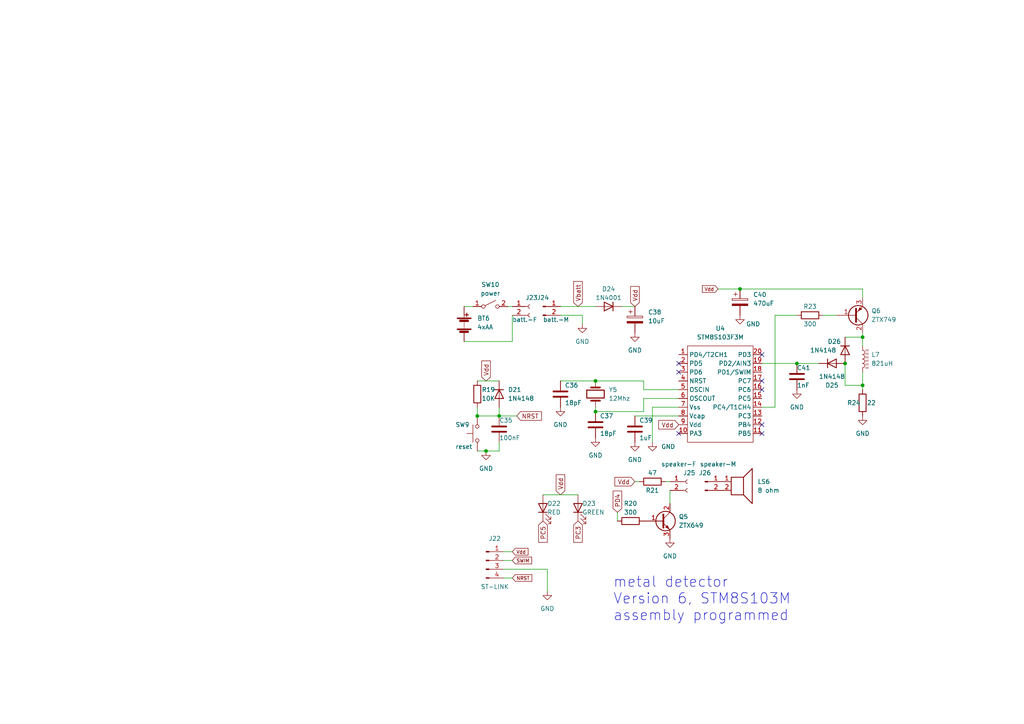
<source format=kicad_sch>
(kicad_sch (version 20211123) (generator eeschema)
  (paper "A4")
  (lib_symbols
    (symbol "Connector:Conn_01x02_Female" (pin_names (offset 1.016) hide)
      (property "Reference" "J" (at 0 2.54 0))
      (property "Value" "Conn_01x02_Female" (at 0 -5.08 0))
      (symbol "Conn_01x02_Female_1_1"
        (arc (start 0 -2.032) (mid -0.508 -2.54) (end 0 -3.048) (stroke (width 0.1524)))
        (polyline (pts (xy -1.27 -2.54) (xy -0.508 -2.54)) (stroke (width 0.1524)))
        (polyline (pts (xy -1.27 0) (xy -0.508 0)) (stroke (width 0.1524)))
        (arc (start 0 0.508) (mid -0.508 0) (end 0 -0.508) (stroke (width 0.1524)))
        (pin passive line (at -5.08 0 0) (length 3.81) (name "Pin_1") (number "1"))
        (pin passive line (at -5.08 -2.54 0) (length 3.81) (name "Pin_2") (number "2"))
      )
    )
    (symbol "Connector:Conn_01x02_Male" (pin_names (offset 1.016) hide)
      (property "Reference" "J" (at 0 2.54 0))
      (property "Value" "Conn_01x02_Male" (at 0 -5.08 0))
      (symbol "Conn_01x02_Male_1_1"
        (polyline (pts (xy 1.27 -2.54) (xy 0.8636 -2.54)) (stroke (width 0.1524)))
        (polyline (pts (xy 1.27 0) (xy 0.8636 0)) (stroke (width 0.1524)))
        (rectangle (start 0.8636 -2.413) (end 0 -2.667) (stroke (width 0.1524)) (fill (type outline)))
        (rectangle (start 0.8636 0.127) (end 0 -0.127) (stroke (width 0.1524)) (fill (type outline)))
        (pin passive line (at 5.08 0 180) (length 3.81) (name "Pin_1") (number "1"))
        (pin passive line (at 5.08 -2.54 180) (length 3.81) (name "Pin_2") (number "2"))
      )
    )
    (symbol "Connector:Conn_01x04_Male" (pin_names (offset 1.016) hide)
      (property "Reference" "J" (at 0 5.08 0))
      (property "Value" "Conn_01x04_Male" (at 0 -7.62 0))
      (symbol "Conn_01x04_Male_1_1"
        (polyline (pts (xy 1.27 -5.08) (xy 0.8636 -5.08)) (stroke (width 0.1524)))
        (polyline (pts (xy 1.27 -2.54) (xy 0.8636 -2.54)) (stroke (width 0.1524)))
        (polyline (pts (xy 1.27 0) (xy 0.8636 0)) (stroke (width 0.1524)))
        (polyline (pts (xy 1.27 2.54) (xy 0.8636 2.54)) (stroke (width 0.1524)))
        (rectangle (start 0.8636 -4.953) (end 0 -5.207) (stroke (width 0.1524)) (fill (type outline)))
        (rectangle (start 0.8636 -2.413) (end 0 -2.667) (stroke (width 0.1524)) (fill (type outline)))
        (rectangle (start 0.8636 0.127) (end 0 -0.127) (stroke (width 0.1524)) (fill (type outline)))
        (rectangle (start 0.8636 2.667) (end 0 2.413) (stroke (width 0.1524)) (fill (type outline)))
        (pin passive line (at 5.08 2.54 180) (length 3.81) (name "Pin_1") (number "1"))
        (pin passive line (at 5.08 0 180) (length 3.81) (name "Pin_2") (number "2"))
        (pin passive line (at 5.08 -2.54 180) (length 3.81) (name "Pin_3") (number "3"))
        (pin passive line (at 5.08 -5.08 180) (length 3.81) (name "Pin_4") (number "4"))
      )
    )
    (symbol "Device:Battery" (pin_numbers hide) (pin_names (offset 0) hide)
      (property "Reference" "BT" (at 2.54 2.54 0))
      (property "Value" "Battery" (at 2.54 0 0))
      (symbol "Battery_0_1"
        (rectangle (start -2.032 -1.397) (end 2.032 -1.651) (fill (type outline)))
        (rectangle (start -2.032 1.778) (end 2.032 1.524) (fill (type outline)))
        (rectangle (start -1.3208 -1.9812) (end 1.27 -2.4892) (fill (type outline)))
        (rectangle (start -1.3208 1.1938) (end 1.27 0.6858) (fill (type outline)))
        (polyline (pts (xy 0 -1.524) (xy 0 -1.27)))
        (polyline (pts (xy 0 -1.016) (xy 0 -0.762)))
        (polyline (pts (xy 0 -0.508) (xy 0 -0.254)))
        (polyline (pts (xy 0 0) (xy 0 0.254)))
        (polyline (pts (xy 0 0.508) (xy 0 0.762)))
        (polyline (pts (xy 0 1.778) (xy 0 2.54)))
        (polyline (pts (xy 0.254 2.667) (xy 1.27 2.667)) (stroke (width 0.254)))
        (polyline (pts (xy 0.762 3.175) (xy 0.762 2.159)) (stroke (width 0.254)))
      )
      (symbol "Battery_1_1"
        (pin passive line (at 0 5.08 270) (length 2.54) (name "+") (number "1"))
        (pin passive line (at 0 -5.08 90) (length 2.54) (name "-") (number "2"))
      )
    )
    (symbol "Device:C" (pin_numbers hide) (pin_names (offset 0.254))
      (property "Reference" "C" (at 0.635 2.54 0))
      (property "Value" "C" (at 0.635 -2.54 0))
      (symbol "C_0_1"
        (polyline (pts (xy -2.032 -0.762) (xy 2.032 -0.762)) (stroke (width 0.508)))
        (polyline (pts (xy -2.032 0.762) (xy 2.032 0.762)) (stroke (width 0.508)))
      )
      (symbol "C_1_1"
        (pin passive line (at 0 3.81 270) (length 2.794) (name "~") (number "1"))
        (pin passive line (at 0 -3.81 90) (length 2.794) (name "~") (number "2"))
      )
    )
    (symbol "Device:C_Polarized" (pin_numbers hide) (pin_names (offset 0.254))
      (property "Reference" "C" (at 0.635 2.54 0))
      (property "Value" "C_Polarized" (at 0.635 -2.54 0))
      (symbol "C_Polarized_0_1"
        (rectangle (start -2.286 0.508) (end 2.286 1.016))
        (polyline (pts (xy -1.778 2.286) (xy -0.762 2.286)))
        (polyline (pts (xy -1.27 2.794) (xy -1.27 1.778)))
        (rectangle (start 2.286 -0.508) (end -2.286 -1.016) (fill (type outline)))
      )
      (symbol "C_Polarized_1_1"
        (pin passive line (at 0 3.81 270) (length 2.794) (name "~") (number "1"))
        (pin passive line (at 0 -3.81 90) (length 2.794) (name "~") (number "2"))
      )
    )
    (symbol "Device:Crystal" (pin_numbers hide) (pin_names (offset 1.016) hide)
      (property "Reference" "Y" (at 0 3.81 0))
      (property "Value" "Crystal" (at 0 -3.81 0))
      (symbol "Crystal_0_1"
        (rectangle (start -1.143 2.54) (end 1.143 -2.54) (stroke (width 0.3048)))
        (polyline (pts (xy -2.54 0) (xy -1.905 0)))
        (polyline (pts (xy -1.905 -1.27) (xy -1.905 1.27)) (stroke (width 0.508)))
        (polyline (pts (xy 1.905 -1.27) (xy 1.905 1.27)) (stroke (width 0.508)))
        (polyline (pts (xy 2.54 0) (xy 1.905 0)))
      )
      (symbol "Crystal_1_1"
        (pin passive line (at -3.81 0 0) (length 1.27) (name "1") (number "1"))
        (pin passive line (at 3.81 0 180) (length 1.27) (name "2") (number "2"))
      )
    )
    (symbol "Device:LED" (pin_numbers hide) (pin_names (offset 1.016) hide)
      (property "Reference" "D" (at 0 2.54 0))
      (property "Value" "LED" (at 0 -2.54 0))
      (symbol "LED_0_1"
        (polyline (pts (xy -1.27 -1.27) (xy -1.27 1.27)) (stroke (width 0.254)))
        (polyline (pts (xy -1.27 0) (xy 1.27 0)))
        (polyline (pts (xy 1.27 -1.27) (xy 1.27 1.27) (xy -1.27 0) (xy 1.27 -1.27)) (stroke (width 0.254)))
        (polyline (pts (xy -3.048 -0.762) (xy -4.572 -2.286) (xy -3.81 -2.286) (xy -4.572 -2.286) (xy -4.572 -1.524)))
        (polyline (pts (xy -1.778 -0.762) (xy -3.302 -2.286) (xy -2.54 -2.286) (xy -3.302 -2.286) (xy -3.302 -1.524)))
      )
      (symbol "LED_1_1"
        (pin passive line (at -3.81 0 0) (length 2.54) (name "K") (number "1"))
        (pin passive line (at 3.81 0 180) (length 2.54) (name "A") (number "2"))
      )
    )
    (symbol "Device:L_Ferrite" (pin_numbers hide) (pin_names (offset 1.016) hide)
      (property "Reference" "L" (at -1.27 0 90))
      (property "Value" "L_Ferrite" (at 2.794 0 90))
      (symbol "L_Ferrite_0_1"
        (arc (start 0 -2.54) (mid 0.635 -1.905) (end 0 -1.27))
        (arc (start 0 -1.27) (mid 0.635 -0.635) (end 0 0))
        (polyline (pts (xy 1.016 -2.794) (xy 1.016 -2.286)))
        (polyline (pts (xy 1.016 -1.778) (xy 1.016 -1.27)))
        (polyline (pts (xy 1.016 -0.762) (xy 1.016 -0.254)))
        (polyline (pts (xy 1.016 0.254) (xy 1.016 0.762)))
        (polyline (pts (xy 1.016 1.27) (xy 1.016 1.778)))
        (polyline (pts (xy 1.016 2.286) (xy 1.016 2.794)))
        (polyline (pts (xy 1.524 -2.286) (xy 1.524 -2.794)))
        (polyline (pts (xy 1.524 -1.27) (xy 1.524 -1.778)))
        (polyline (pts (xy 1.524 -0.254) (xy 1.524 -0.762)))
        (polyline (pts (xy 1.524 0.762) (xy 1.524 0.254)))
        (polyline (pts (xy 1.524 1.778) (xy 1.524 1.27)))
        (polyline (pts (xy 1.524 2.794) (xy 1.524 2.286)))
        (arc (start 0 0) (mid 0.635 0.635) (end 0 1.27))
        (arc (start 0 1.27) (mid 0.635 1.905) (end 0 2.54))
      )
      (symbol "L_Ferrite_1_1"
        (pin passive line (at 0 3.81 270) (length 1.27) (name "1") (number "1"))
        (pin passive line (at 0 -3.81 90) (length 1.27) (name "2") (number "2"))
      )
    )
    (symbol "Device:Q_NPN_BCE" (pin_names (offset 0) hide)
      (property "Reference" "Q" (at 5.08 1.27 0))
      (property "Value" "Q_NPN_BCE" (at 5.08 -1.27 0))
      (symbol "Q_NPN_BCE_0_1"
        (polyline (pts (xy 0.635 0.635) (xy 2.54 2.54)))
        (polyline (pts (xy 0.635 -0.635) (xy 2.54 -2.54) (xy 2.54 -2.54)))
        (polyline (pts (xy 0.635 1.905) (xy 0.635 -1.905) (xy 0.635 -1.905)) (stroke (width 0.508)))
        (polyline (pts (xy 1.27 -1.778) (xy 1.778 -1.27) (xy 2.286 -2.286) (xy 1.27 -1.778) (xy 1.27 -1.778)) (fill (type outline)))
        (circle (center 1.27 0) (radius 2.8194) (stroke (width 0.254)))
      )
      (symbol "Q_NPN_BCE_1_1"
        (pin input line (at -5.08 0 0) (length 5.715) (name "B") (number "1"))
        (pin passive line (at 2.54 5.08 270) (length 2.54) (name "C") (number "2"))
        (pin passive line (at 2.54 -5.08 90) (length 2.54) (name "E") (number "3"))
      )
    )
    (symbol "Device:Q_PNP_BCE" (pin_names (offset 0) hide)
      (property "Reference" "Q" (at 5.08 1.27 0))
      (property "Value" "Q_PNP_BCE" (at 5.08 -1.27 0))
      (symbol "Q_PNP_BCE_0_1"
        (polyline (pts (xy 0.635 0.635) (xy 2.54 2.54)))
        (polyline (pts (xy 0.635 -0.635) (xy 2.54 -2.54) (xy 2.54 -2.54)))
        (polyline (pts (xy 0.635 1.905) (xy 0.635 -1.905) (xy 0.635 -1.905)) (stroke (width 0.508)))
        (polyline (pts (xy 2.286 -1.778) (xy 1.778 -2.286) (xy 1.27 -1.27) (xy 2.286 -1.778) (xy 2.286 -1.778)) (fill (type outline)))
        (circle (center 1.27 0) (radius 2.8194) (stroke (width 0.254)))
      )
      (symbol "Q_PNP_BCE_1_1"
        (pin input line (at -5.08 0 0) (length 5.715) (name "B") (number "1"))
        (pin passive line (at 2.54 5.08 270) (length 2.54) (name "C") (number "2"))
        (pin passive line (at 2.54 -5.08 90) (length 2.54) (name "E") (number "3"))
      )
    )
    (symbol "Device:R" (pin_numbers hide) (pin_names (offset 0))
      (property "Reference" "R" (at 2.032 0 90))
      (property "Value" "R" (at 0 0 90))
      (symbol "R_0_1"
        (rectangle (start -1.016 -2.54) (end 1.016 2.54) (stroke (width 0.254)))
      )
      (symbol "R_1_1"
        (pin passive line (at 0 3.81 270) (length 1.27) (name "~") (number "1"))
        (pin passive line (at 0 -3.81 90) (length 1.27) (name "~") (number "2"))
      )
    )
    (symbol "Device:Speaker" (pin_names (offset 0) hide)
      (property "Reference" "LS" (at 1.27 5.715 0))
      (property "Value" "Speaker" (at 1.27 3.81 0))
      (symbol "Speaker_0_0"
        (rectangle (start -2.54 1.27) (end 1.016 -3.81) (stroke (width 0.254)))
        (polyline (pts (xy 1.016 1.27) (xy 3.556 3.81) (xy 3.556 -6.35) (xy 1.016 -3.81)) (stroke (width 0.254)))
      )
      (symbol "Speaker_1_1"
        (pin input line (at -5.08 0 0) (length 2.54) (name "1") (number "1"))
        (pin input line (at -5.08 -2.54 0) (length 2.54) (name "2") (number "2"))
      )
    )
    (symbol "Diode:1N4001" (pin_numbers hide) (pin_names (offset 1.016) hide)
      (property "Reference" "D" (at 0 2.54 0))
      (property "Value" "1N4001" (at 0 -2.54 0))
      (symbol "1N4001_0_1"
        (polyline (pts (xy -1.27 1.27) (xy -1.27 -1.27)) (stroke (width 0.254)))
        (polyline (pts (xy 1.27 0) (xy -1.27 0)))
        (polyline (pts (xy 1.27 1.27) (xy 1.27 -1.27) (xy -1.27 0) (xy 1.27 1.27)) (stroke (width 0.254)))
      )
      (symbol "1N4001_1_1"
        (pin passive line (at -3.81 0 0) (length 2.54) (name "K") (number "1"))
        (pin passive line (at 3.81 0 180) (length 2.54) (name "A") (number "2"))
      )
    )
    (symbol "Diode:1N4148" (pin_numbers hide) (pin_names (offset 1.016) hide)
      (property "Reference" "D" (at 0 2.54 0))
      (property "Value" "1N4148" (at 0 -2.54 0))
      (symbol "1N4148_0_1"
        (polyline (pts (xy -1.27 1.27) (xy -1.27 -1.27)) (stroke (width 0.254)))
        (polyline (pts (xy 1.27 0) (xy -1.27 0)))
        (polyline (pts (xy 1.27 1.27) (xy 1.27 -1.27) (xy -1.27 0) (xy 1.27 1.27)) (stroke (width 0.254)))
      )
      (symbol "1N4148_1_1"
        (pin passive line (at -3.81 0 0) (length 2.54) (name "K") (number "1"))
        (pin passive line (at 3.81 0 180) (length 2.54) (name "A") (number "2"))
      )
    )
    (symbol "MCU_ST_STM8:STM8S103F3M"
      (property "Reference" "U2" (at -0.635 17.78 0))
      (property "Value" "STM8S103F3M" (at -0.635 15.24 0))
      (symbol "STM8S103F3M_0_1"
        (rectangle (start -10.16 12.7) (end 8.89 -15.24))
      )
      (symbol "STM8S103F3M_1_1"
        (pin bidirectional line (at -12.7 10.16 0) (length 2.54) (name "PD4/T2CH1") (number "1"))
        (pin bidirectional line (at -12.7 -12.7 0) (length 2.54) (name "PA3") (number "10"))
        (pin bidirectional line (at 11.43 -12.7 180) (length 2.54) (name "PB5") (number "11"))
        (pin bidirectional line (at 11.43 -10.16 180) (length 2.54) (name "PB4") (number "12"))
        (pin bidirectional line (at 11.43 -7.62 180) (length 2.54) (name "PC3") (number "13"))
        (pin bidirectional line (at 11.43 -5.08 180) (length 2.54) (name "PC4/T1CH4") (number "14"))
        (pin bidirectional line (at 11.43 -2.54 180) (length 2.54) (name "PC5") (number "15"))
        (pin bidirectional line (at 11.43 0 180) (length 2.54) (name "PC6") (number "16"))
        (pin bidirectional line (at 11.43 2.54 180) (length 2.54) (name "PC7") (number "17"))
        (pin bidirectional line (at 11.43 5.08 180) (length 2.54) (name "PD1/SWIM") (number "18"))
        (pin bidirectional line (at 11.43 7.62 180) (length 2.54) (name "PD2/AIN3") (number "19"))
        (pin bidirectional line (at -12.7 7.62 0) (length 2.54) (name "PD5") (number "2"))
        (pin bidirectional line (at 11.43 10.16 180) (length 2.54) (name "PD3") (number "20"))
        (pin bidirectional line (at -12.7 5.08 0) (length 2.54) (name "PD6") (number "3"))
        (pin bidirectional line (at -12.7 2.54 0) (length 2.54) (name "NRST") (number "4"))
        (pin bidirectional line (at -12.7 0 0) (length 2.54) (name "OSCIN") (number "5"))
        (pin bidirectional line (at -12.7 -2.54 0) (length 2.54) (name "OSCOUT") (number "6"))
        (pin power_in line (at -12.7 -5.08 0) (length 2.54) (name "Vss") (number "7"))
        (pin passive line (at -12.7 -7.62 0) (length 2.54) (name "Vcap") (number "8"))
        (pin power_in line (at -12.7 -10.16 0) (length 2.54) (name "Vdd") (number "9"))
      )
    )
    (symbol "Switch:SW_MEC_5G" (pin_numbers hide) (pin_names (offset 1.016) hide)
      (property "Reference" "SW" (at 1.27 2.54 0))
      (property "Value" "SW_MEC_5G" (at 0 -1.524 0))
      (symbol "SW_MEC_5G_0_1"
        (circle (center -2.032 0) (radius 0.508))
        (polyline (pts (xy 0 1.27) (xy 0 3.048)))
        (polyline (pts (xy 2.54 1.27) (xy -2.54 1.27)))
        (circle (center 2.032 0) (radius 0.508))
        (pin passive line (at -5.08 0 0) (length 2.54) (name "A") (number "1"))
        (pin passive line (at 5.08 0 180) (length 2.54) (name "B") (number "3"))
      )
      (symbol "SW_MEC_5G_1_1"
        (pin passive line (at -5.08 0 0) (length 2.54) hide (name "A") (number "2"))
        (pin passive line (at 5.08 0 180) (length 2.54) hide (name "B") (number "4"))
      )
    )
    (symbol "Switch:SW_SPST" (pin_names (offset 0) hide)
      (property "Reference" "SW" (at 0 3.175 0))
      (property "Value" "SW_SPST" (at 0 -2.54 0))
      (symbol "SW_SPST_0_0"
        (circle (center -2.032 0) (radius 0.508))
        (polyline (pts (xy -1.524 0.254) (xy 1.524 1.778)))
        (circle (center 2.032 0) (radius 0.508))
      )
      (symbol "SW_SPST_1_1"
        (pin passive line (at -5.08 0 0) (length 2.54) (name "A") (number "1"))
        (pin passive line (at 5.08 0 180) (length 2.54) (name "B") (number "2"))
      )
    )
    (symbol "power:GND" (power) (pin_names (offset 0))
      (property "Value" "GND" (at 0 -3.81 0))
      (symbol "GND_0_1"
        (polyline (pts (xy 0 0) (xy 0 -1.27) (xy 1.27 -1.27) (xy 0 -2.54) (xy -1.27 -1.27) (xy 0 -1.27)))
      )
      (symbol "GND_1_1"
        (pin power_in line (at 0 0 270) (length 0) hide (name "GND") (number "1"))
      )
    )
  )
  (junction (at 250.19 97.79))
  (junction (at 144.78 120.65))
  (junction (at 214.63 83.82))
  (junction (at 231.14 105.41))
  (junction (at 250.19 111.76))
  (junction (at 140.97 130.81))
  (junction (at 172.72 119.38))
  (junction (at 172.72 110.49))
  (junction (at 138.43 120.65))
  (junction (at 245.11 105.41))
  (no_connect (at 196.85 125.73))
  (no_connect (at 220.98 113.03))
  (no_connect (at 220.98 123.19))
  (no_connect (at 220.98 125.73))
  (no_connect (at 196.85 107.95))
  (no_connect (at 220.98 102.87))
  (no_connect (at 220.98 110.49))
  (no_connect (at 196.85 105.41))
  (wire (pts (xy 189.23 118.11) (xy 196.85 118.11)))
  (wire (pts (xy 138.43 118.11) (xy 138.43 120.65)))
  (wire (pts (xy 134.62 88.9) (xy 137.16 88.9)))
  (wire (pts (xy 220.98 105.41) (xy 231.14 105.41)))
  (wire (pts (xy 138.43 110.49) (xy 144.78 110.49)))
  (wire (pts (xy 186.69 113.03) (xy 196.85 113.03)))
  (wire (pts (xy 146.05 165.1) (xy 158.75 165.1)))
  (wire (pts (xy 194.31 142.24) (xy 194.31 146.05)))
  (wire (pts (xy 147.32 88.9) (xy 148.59 88.9)))
  (wire (pts (xy 138.43 120.65) (xy 144.78 120.65)))
  (wire (pts (xy 250.19 83.82) (xy 250.19 86.36)))
  (wire (pts (xy 214.63 83.82) (xy 250.19 83.82)))
  (wire (pts (xy 144.78 118.11) (xy 144.78 120.65)))
  (wire (pts (xy 184.15 120.65) (xy 196.85 120.65)))
  (wire (pts (xy 172.72 110.49) (xy 186.69 110.49)))
  (wire (pts (xy 162.56 88.9) (xy 172.72 88.9)))
  (wire (pts (xy 245.11 111.76) (xy 245.11 105.41)))
  (wire (pts (xy 168.91 91.44) (xy 168.91 93.98)))
  (wire (pts (xy 184.15 139.7) (xy 185.42 139.7)))
  (wire (pts (xy 208.28 83.82) (xy 214.63 83.82)))
  (wire (pts (xy 245.11 97.79) (xy 250.19 97.79)))
  (wire (pts (xy 250.19 111.76) (xy 245.11 111.76)))
  (wire (pts (xy 146.05 162.56) (xy 148.59 162.56)))
  (wire (pts (xy 250.19 107.95) (xy 250.19 111.76)))
  (wire (pts (xy 250.19 113.03) (xy 250.19 111.76)))
  (wire (pts (xy 146.05 167.64) (xy 148.59 167.64)))
  (wire (pts (xy 189.23 118.11) (xy 189.23 128.27)))
  (wire (pts (xy 231.14 91.44) (xy 224.79 91.44)))
  (wire (pts (xy 231.14 105.41) (xy 237.49 105.41)))
  (wire (pts (xy 144.78 128.27) (xy 144.78 130.81)))
  (wire (pts (xy 172.72 119.38) (xy 186.69 119.38)))
  (wire (pts (xy 162.56 110.49) (xy 172.72 110.49)))
  (wire (pts (xy 250.19 96.52) (xy 250.19 97.79)))
  (wire (pts (xy 148.59 99.06) (xy 148.59 91.44)))
  (wire (pts (xy 179.07 148.59) (xy 179.07 151.13)))
  (wire (pts (xy 134.62 99.06) (xy 148.59 99.06)))
  (wire (pts (xy 144.78 120.65) (xy 149.86 120.65)))
  (wire (pts (xy 224.79 118.11) (xy 220.98 118.11)))
  (wire (pts (xy 193.04 139.7) (xy 194.31 139.7)))
  (wire (pts (xy 238.76 91.44) (xy 242.57 91.44)))
  (wire (pts (xy 157.48 143.51) (xy 167.64 143.51)))
  (wire (pts (xy 144.78 130.81) (xy 140.97 130.81)))
  (wire (pts (xy 186.69 115.57) (xy 196.85 115.57)))
  (wire (pts (xy 158.75 165.1) (xy 158.75 171.45)))
  (wire (pts (xy 180.34 88.9) (xy 184.15 88.9)))
  (wire (pts (xy 162.56 91.44) (xy 168.91 91.44)))
  (wire (pts (xy 172.72 118.11) (xy 172.72 119.38)))
  (wire (pts (xy 186.69 110.49) (xy 186.69 113.03)))
  (wire (pts (xy 250.19 97.79) (xy 250.19 100.33)))
  (wire (pts (xy 186.69 119.38) (xy 186.69 115.57)))
  (wire (pts (xy 224.79 91.44) (xy 224.79 118.11)))
  (wire (pts (xy 140.97 130.81) (xy 138.43 130.81)))
  (wire (pts (xy 146.05 160.02) (xy 148.59 160.02)))
  (text "metal detector\nVersion 6, STM8S103M \nassembly programmed \n" (at 177.8 180.34 0) (effects (font (size 3 3)) (justify left bottom)))
  (global_label "PD4" (shape input) (at 179.07 148.59 90) (property "Références Inter-Feuilles" "${INTERSHEET_REFS}" (effects hide)))
  (global_label "Vdd" (shape input) (at 148.59 160.02 0) (effects (font (size 1 1))) (property "Références Inter-Feuilles" "${INTERSHEET_REFS}" (effects hide)))
  (global_label "Vdd" (shape input) (at 196.85 123.19 180) (property "Références Inter-Feuilles" "${INTERSHEET_REFS}" (effects hide)))
  (global_label "NRST" (shape input) (at 148.59 167.64 0) (effects (font (size 1 1))) (property "Références Inter-Feuilles" "${INTERSHEET_REFS}" (effects hide)))
  (global_label "PC5" (shape input) (at 157.48 151.13 270) (property "Références Inter-Feuilles" "${INTERSHEET_REFS}" (effects hide)))
  (global_label "Vdd" (shape input) (at 208.28 83.82 180) (effects (font (size 1 1))) (property "Références Inter-Feuilles" "${INTERSHEET_REFS}" (effects hide)))
  (global_label "SWIM" (shape input) (at 148.59 162.56 0) (effects (font (size 1 1))) (property "Références Inter-Feuilles" "${INTERSHEET_REFS}" (effects hide)))
  (global_label "Vbatt" (shape input) (at 167.64 88.9 90) (property "Références Inter-Feuilles" "${INTERSHEET_REFS}" (effects hide)))
  (global_label "NRST" (shape input) (at 149.86 120.65 0) (property "Références Inter-Feuilles" "${INTERSHEET_REFS}" (effects hide)))
  (global_label "Vdd" (shape input) (at 140.97 110.49 90) (property "Références Inter-Feuilles" "${INTERSHEET_REFS}" (effects hide)))
  (global_label "Vdd" (shape input) (at 184.15 139.7 180) (property "Références Inter-Feuilles" "${INTERSHEET_REFS}" (effects hide)))
  (global_label "PC3" (shape input) (at 167.64 151.13 270) (property "Références Inter-Feuilles" "${INTERSHEET_REFS}" (effects hide)))
  (global_label "Vdd" (shape input) (at 162.56 143.51 90) (property "Références Inter-Feuilles" "${INTERSHEET_REFS}" (effects hide)))
  (global_label "Vdd" (shape input) (at 184.15 88.9 90) (property "Références Inter-Feuilles" "${INTERSHEET_REFS}" (effects hide)))
  (symbol (lib_id "Device:R") (at 138.43 114.3 0) (unit 1)
    (property "Reference" "R19" (at 139.7 113.03 0) (effects (justify left)))
    (property "Value" "10K" (at 139.7 115.57 0) (effects (justify left)))
  )
  (symbol (lib_id "Connector:Conn_01x04_Male") (at 140.97 162.56 0) (unit 1)
    (property "Reference" "J22" (at 143.51 156.21 0))
    (property "Value" "ST-LINK" (at 143.51 170.18 0))
  )
  (symbol (lib_id "Device:C") (at 231.14 109.22 0) (unit 1)
    (property "Reference" "C41" (at 231.14 106.68 0) (effects (justify left)))
    (property "Value" "1nF" (at 231.14 111.76 0) (effects (justify left)))
  )
  (symbol (lib_id "power:GND") (at 214.63 91.44 0) (unit 1)
    (property "Reference" "#PWR064" (effects hide))
    (property "Value" "GND" (at 218.44 93.98 0))
  )
  (symbol (lib_id "Diode:1N4001") (at 176.53 88.9 180) (unit 1)
    (property "Reference" "D24" (at 176.53 83.82 0))
    (property "Value" "1N4001" (at 176.53 86.36 0))
    (property "Footprint" "Diode_THT:D_DO-41_SOD81_P10.16mm_Horizontal" (effects hide))
    (property "Datasheet" "http://www.vishay.com/docs/88503/1n4001.pdf" (effects hide))
  )
  (symbol (lib_id "Switch:SW_SPST") (at 142.24 88.9 0) (unit 1)
    (property "Reference" "SW10" (at 142.24 82.55 0))
    (property "Value" "power" (at 142.24 85.09 0))
  )
  (symbol (lib_id "Device:C_Polarized") (at 214.63 87.63 0) (unit 1)
    (property "Reference" "C40" (at 218.44 85.4709 0) (effects (justify left)))
    (property "Value" "470uF" (at 218.44 88.0109 0) (effects (justify left)))
  )
  (symbol (lib_id "power:GND") (at 140.97 130.81 0) (unit 1)
    (property "Reference" "#PWR055" (effects hide))
    (property "Value" "GND" (at 140.97 135.89 0))
  )
  (symbol (lib_id "Connector:Conn_01x02_Male") (at 204.47 139.7 0) (unit 1)
    (property "Reference" "J26" (at 204.47 137.16 0))
    (property "Value" "speaker-M" (at 208.28 134.62 0))
  )
  (symbol (lib_id "Device:Speaker") (at 214.63 139.7 0) (unit 1)
    (property "Reference" "LS6" (at 219.71 139.6999 0) (effects (justify left)))
    (property "Value" "8 ohm" (at 219.71 142.2399 0) (effects (justify left)))
  )
  (symbol (lib_id "Device:LED") (at 167.64 147.32 90) (unit 1)
    (property "Reference" "D23" (at 168.91 146.05 90) (effects (justify right)))
    (property "Value" "GREEN" (at 168.91 148.59 90) (effects (justify right)))
  )
  (symbol (lib_id "power:GND") (at 189.23 128.27 0) (unit 1)
    (property "Reference" "#PWR062" (effects hide))
    (property "Value" "GND" (at 191.77 129.5399 0) (effects (justify left)))
  )
  (symbol (lib_id "MCU_ST_STM8:STM8S103F3M") (at 209.55 113.03 0) (unit 1)
    (property "Reference" "U4" (at 208.915 95.25 0))
    (property "Value" "STM8S103F3M" (at 208.915 97.79 0))
  )
  (symbol (lib_id "power:GND") (at 250.19 120.65 0) (unit 1)
    (property "Reference" "#PWR066" (effects hide))
    (property "Value" "GND" (at 250.19 125.73 0))
  )
  (symbol (lib_id "Device:R") (at 182.88 151.13 90) (unit 1)
    (property "Reference" "R20" (at 182.88 146.05 90))
    (property "Value" "300" (at 182.88 148.59 90))
  )
  (symbol (lib_id "power:GND") (at 162.56 118.11 0) (unit 1)
    (property "Reference" "#PWR057" (effects hide))
    (property "Value" "GND" (at 162.56 123.19 0))
  )
  (symbol (lib_id "Switch:SW_MEC_5G") (at 138.43 125.73 90) (unit 1)
    (property "Reference" "SW9" (at 132.08 123.19 90) (effects (justify right)))
    (property "Value" "reset" (at 132.08 129.54 90) (effects (justify right)))
    (property "Datasheet" "http://www.apem.com/int/index.php?controller=attachment&id_attachment=488" (effects hide))
  )
  (symbol (lib_id "Device:Battery") (at 134.62 93.98 0) (unit 1)
    (property "Reference" "BT6" (at 138.43 92.3289 0) (effects (justify left)))
    (property "Value" "4xAA" (at 138.43 94.8689 0) (effects (justify left)))
  )
  (symbol (lib_id "power:GND") (at 172.72 127 0) (unit 1)
    (property "Reference" "#PWR059" (effects hide))
    (property "Value" "GND" (at 172.72 132.08 0))
  )
  (symbol (lib_id "Device:C") (at 162.56 114.3 0) (unit 1)
    (property "Reference" "C36" (at 163.83 111.76 0) (effects (justify left)))
    (property "Value" "18pF" (at 163.83 116.84 0) (effects (justify left)))
  )
  (symbol (lib_id "Device:C") (at 184.15 124.46 0) (unit 1)
    (property "Reference" "C39" (at 185.42 121.92 0) (effects (justify left)))
    (property "Value" "1uF" (at 185.42 127 0) (effects (justify left)))
  )
  (symbol (lib_id "power:GND") (at 194.31 156.21 0) (unit 1)
    (property "Reference" "#PWR063" (effects hide))
    (property "Value" "GND" (at 194.31 161.29 0))
  )
  (symbol (lib_id "Diode:1N4148") (at 144.78 114.3 270) (unit 1)
    (property "Reference" "D21" (at 147.32 113.0299 90) (effects (justify left)))
    (property "Value" "1N4148" (at 147.32 115.5699 90) (effects (justify left)))
    (property "Footprint" "Diode_THT:D_DO-35_SOD27_P7.62mm_Horizontal" (effects hide))
    (property "Datasheet" "https://assets.nexperia.com/documents/data-sheet/1N4148_1N4448.pdf" (effects hide))
  )
  (symbol (lib_id "Diode:1N4148") (at 245.11 101.6 270) (unit 1)
    (property "Reference" "D26" (at 240.03 99.06 90) (effects (justify left)))
    (property "Value" "1N4148" (at 234.95 101.6 90) (effects (justify left)))
    (property "Footprint" "Diode_THT:D_DO-35_SOD27_P7.62mm_Horizontal" (effects hide))
    (property "Datasheet" "https://assets.nexperia.com/documents/data-sheet/1N4148_1N4448.pdf" (effects hide))
  )
  (symbol (lib_id "Device:C") (at 144.78 124.46 0) (unit 1)
    (property "Reference" "C35" (at 144.78 121.92 0) (effects (justify left)))
    (property "Value" "100nF" (at 144.78 127 0) (effects (justify left)))
  )
  (symbol (lib_id "Device:C") (at 172.72 123.19 0) (unit 1)
    (property "Reference" "C37" (at 173.99 120.65 0) (effects (justify left)))
    (property "Value" "18pF" (at 173.99 125.73 0) (effects (justify left)))
  )
  (symbol (lib_id "power:GND") (at 158.75 171.45 0) (unit 1)
    (property "Reference" "#PWR056" (effects hide))
    (property "Value" "GND" (at 158.75 176.53 0))
  )
  (symbol (lib_id "Connector:Conn_01x02_Female") (at 153.67 88.9 0) (unit 1)
    (property "Reference" "J23" (at 152.4 86.36 0) (effects (justify left)))
    (property "Value" "batt.-F" (at 148.59 92.71 0) (effects (justify left)))
  )
  (symbol (lib_id "Device:Q_PNP_BCE") (at 247.65 91.44 0) (mirror x) (unit 1)
    (property "Reference" "Q6" (at 252.73 90.1699 0) (effects (justify left)))
    (property "Value" "ZTX749" (at 252.73 92.7099 0) (effects (justify left)))
  )
  (symbol (lib_id "power:GND") (at 231.14 113.03 0) (unit 1)
    (property "Reference" "#PWR065" (effects hide))
    (property "Value" "GND" (at 231.14 118.11 0))
  )
  (symbol (lib_id "Device:R") (at 234.95 91.44 90) (unit 1)
    (property "Reference" "R23" (at 234.95 88.9 90))
    (property "Value" "300" (at 234.95 93.98 90))
  )
  (symbol (lib_id "Connector:Conn_01x02_Female") (at 199.39 139.7 0) (unit 1)
    (property "Reference" "J25" (at 198.12 137.16 0) (effects (justify left)))
    (property "Value" "speaker-F" (at 191.77 134.62 0) (effects (justify left)))
  )
  (symbol (lib_id "Diode:1N4148") (at 241.3 105.41 0) (unit 1)
    (property "Reference" "D25" (at 241.3 111.76 0))
    (property "Value" "1N4148" (at 241.3 109.22 0))
    (property "Footprint" "Diode_THT:D_DO-35_SOD27_P7.62mm_Horizontal" (effects hide))
    (property "Datasheet" "https://assets.nexperia.com/documents/data-sheet/1N4148_1N4448.pdf" (effects hide))
  )
  (symbol (lib_id "Device:C_Polarized") (at 184.15 92.71 0) (unit 1)
    (property "Reference" "C38" (at 187.96 90.5509 0) (effects (justify left)))
    (property "Value" "10uF" (at 187.96 93.0909 0) (effects (justify left)))
  )
  (symbol (lib_id "Device:Q_NPN_BCE") (at 191.77 151.13 0) (unit 1)
    (property "Reference" "Q5" (at 196.85 149.8599 0) (effects (justify left)))
    (property "Value" "ZTX649" (at 196.85 152.3999 0) (effects (justify left)))
  )
  (symbol (lib_id "power:GND") (at 168.91 93.98 0) (unit 1)
    (property "Reference" "#PWR058" (effects hide))
    (property "Value" "GND" (at 168.91 99.06 0))
  )
  (symbol (lib_id "power:GND") (at 184.15 128.27 0) (unit 1)
    (property "Reference" "#PWR061" (effects hide))
    (property "Value" "GND" (at 184.15 133.35 0))
  )
  (symbol (lib_id "Device:R") (at 250.19 116.84 180) (unit 1)
    (property "Reference" "R24" (at 247.65 116.84 0))
    (property "Value" "22" (at 252.73 116.84 0))
  )
  (symbol (lib_id "Device:L_Ferrite") (at 250.19 104.14 0) (unit 1)
    (property "Reference" "L7" (at 252.73 102.8699 0) (effects (justify left)))
    (property "Value" "821uH" (at 252.73 105.4099 0) (effects (justify left)))
  )
  (symbol (lib_id "Device:LED") (at 157.48 147.32 90) (unit 1)
    (property "Reference" "D22" (at 158.75 146.05 90) (effects (justify right)))
    (property "Value" "RED" (at 158.75 148.59 90) (effects (justify right)))
  )
  (symbol (lib_id "Device:R") (at 189.23 139.7 90) (unit 1)
    (property "Reference" "R21" (at 189.23 142.24 90))
    (property "Value" "47" (at 189.23 137.16 90))
  )
  (symbol (lib_id "Connector:Conn_01x02_Male") (at 157.48 88.9 0) (unit 1)
    (property "Reference" "J24" (at 157.48 86.36 0))
    (property "Value" "batt.-M" (at 161.29 92.71 0))
  )
  (symbol (lib_id "power:GND") (at 184.15 96.52 0) (unit 1)
    (property "Reference" "#PWR060" (effects hide))
    (property "Value" "GND" (at 184.15 101.6 0))
  )
  (symbol (lib_id "Device:Crystal") (at 172.72 114.3 90) (unit 1)
    (property "Reference" "Y5" (at 176.53 113.0299 90) (effects (justify right)))
    (property "Value" "12Mhz" (at 176.53 115.5699 90) (effects (justify right)))
  )
)
</source>
